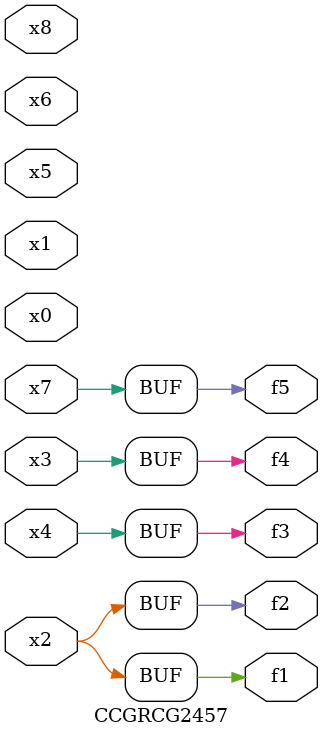
<source format=v>
module CCGRCG2457(
	input x0, x1, x2, x3, x4, x5, x6, x7, x8,
	output f1, f2, f3, f4, f5
);
	assign f1 = x2;
	assign f2 = x2;
	assign f3 = x4;
	assign f4 = x3;
	assign f5 = x7;
endmodule

</source>
